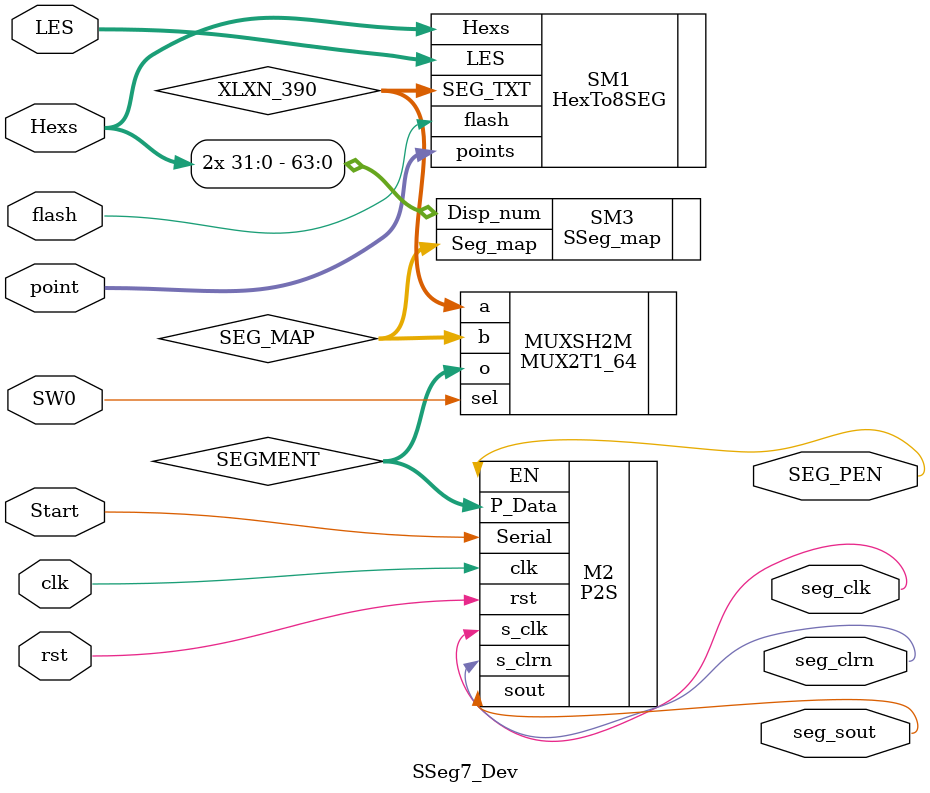
<source format=v>
`timescale 1ns / 1ps


module SSeg7_Dev(clk, 
                 flash, 
                 Hexs, 
                 LES, 
                 point, 
                 rst, 
                 Start, 
                 SW0, 
                 seg_clk, 
                 seg_clrn, 
                 SEG_PEN, 
                 seg_sout);

    input clk;
    input flash;
    input [31:0] Hexs;
    input [7:0] LES;
    input [7:0] point;
    input rst;
    input Start;
    input SW0;
   output seg_clk;
   output seg_clrn;
   output SEG_PEN;
   output seg_sout;
   
   wire [63:0] SEGMENT;
   wire [63:0] SEG_MAP;
   wire [63:0] XLXN_390;
   
   MUX2T1_64  MUXSH2M (.a(XLXN_390[63:0]), 
                      .b(SEG_MAP[63:0]), 
                      .sel(SW0), 
                      .o(SEGMENT[63:0]));
   P2S  M2 (.clk(clk), 
           .P_Data(SEGMENT[63:0]), 
           .rst(rst), 
           .Serial(Start), 
           .EN(SEG_PEN), 
           .sout(seg_sout), 
           .s_clk(seg_clk), 
           .s_clrn(seg_clrn));
   HexTo8SEG  SM1 (.flash(flash), 
                  .Hexs(Hexs[31:0]), 
                  .LES(LES[7:0]), 
                  .points(point[7:0]), 
                  .SEG_TXT(XLXN_390[63:0]));
   SSeg_map  SM3 (.Disp_num({Hexs[31:0], Hexs[31:0]}), 
                 .Seg_map(SEG_MAP[63:0]));
endmodule

</source>
